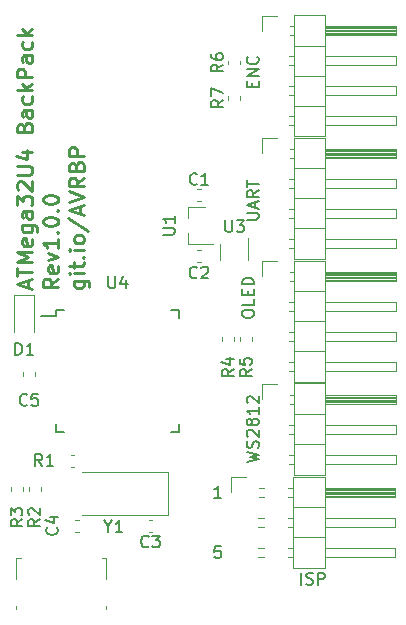
<source format=gbr>
G04 #@! TF.GenerationSoftware,KiCad,Pcbnew,(5.1.2)-2*
G04 #@! TF.CreationDate,2019-07-11T02:06:11+02:00*
G04 #@! TF.ProjectId,ATM32U4_backpack,41544d33-3255-4345-9f62-61636b706163,rev?*
G04 #@! TF.SameCoordinates,Original*
G04 #@! TF.FileFunction,Legend,Top*
G04 #@! TF.FilePolarity,Positive*
%FSLAX46Y46*%
G04 Gerber Fmt 4.6, Leading zero omitted, Abs format (unit mm)*
G04 Created by KiCad (PCBNEW (5.1.2)-2) date 2019-07-11 02:06:11*
%MOMM*%
%LPD*%
G04 APERTURE LIST*
%ADD10C,0.250000*%
%ADD11C,0.150000*%
%ADD12C,0.120000*%
G04 APERTURE END LIST*
D10*
X31816666Y-93189880D02*
X31816666Y-92570833D01*
X32188095Y-93313690D02*
X30888095Y-92880357D01*
X32188095Y-92447023D01*
X30888095Y-92199404D02*
X30888095Y-91456547D01*
X32188095Y-91827976D02*
X30888095Y-91827976D01*
X32188095Y-91023214D02*
X30888095Y-91023214D01*
X31816666Y-90589880D01*
X30888095Y-90156547D01*
X32188095Y-90156547D01*
X32126190Y-89042261D02*
X32188095Y-89166071D01*
X32188095Y-89413690D01*
X32126190Y-89537500D01*
X32002380Y-89599404D01*
X31507142Y-89599404D01*
X31383333Y-89537500D01*
X31321428Y-89413690D01*
X31321428Y-89166071D01*
X31383333Y-89042261D01*
X31507142Y-88980357D01*
X31630952Y-88980357D01*
X31754761Y-89599404D01*
X31321428Y-87866071D02*
X32373809Y-87866071D01*
X32497619Y-87927976D01*
X32559523Y-87989880D01*
X32621428Y-88113690D01*
X32621428Y-88299404D01*
X32559523Y-88423214D01*
X32126190Y-87866071D02*
X32188095Y-87989880D01*
X32188095Y-88237500D01*
X32126190Y-88361309D01*
X32064285Y-88423214D01*
X31940476Y-88485119D01*
X31569047Y-88485119D01*
X31445238Y-88423214D01*
X31383333Y-88361309D01*
X31321428Y-88237500D01*
X31321428Y-87989880D01*
X31383333Y-87866071D01*
X32188095Y-86689880D02*
X31507142Y-86689880D01*
X31383333Y-86751785D01*
X31321428Y-86875595D01*
X31321428Y-87123214D01*
X31383333Y-87247023D01*
X32126190Y-86689880D02*
X32188095Y-86813690D01*
X32188095Y-87123214D01*
X32126190Y-87247023D01*
X32002380Y-87308928D01*
X31878571Y-87308928D01*
X31754761Y-87247023D01*
X31692857Y-87123214D01*
X31692857Y-86813690D01*
X31630952Y-86689880D01*
X30888095Y-86194642D02*
X30888095Y-85389880D01*
X31383333Y-85823214D01*
X31383333Y-85637500D01*
X31445238Y-85513690D01*
X31507142Y-85451785D01*
X31630952Y-85389880D01*
X31940476Y-85389880D01*
X32064285Y-85451785D01*
X32126190Y-85513690D01*
X32188095Y-85637500D01*
X32188095Y-86008928D01*
X32126190Y-86132738D01*
X32064285Y-86194642D01*
X31011904Y-84894642D02*
X30950000Y-84832738D01*
X30888095Y-84708928D01*
X30888095Y-84399404D01*
X30950000Y-84275595D01*
X31011904Y-84213690D01*
X31135714Y-84151785D01*
X31259523Y-84151785D01*
X31445238Y-84213690D01*
X32188095Y-84956547D01*
X32188095Y-84151785D01*
X30888095Y-83594642D02*
X31940476Y-83594642D01*
X32064285Y-83532738D01*
X32126190Y-83470833D01*
X32188095Y-83347023D01*
X32188095Y-83099404D01*
X32126190Y-82975595D01*
X32064285Y-82913690D01*
X31940476Y-82851785D01*
X30888095Y-82851785D01*
X31321428Y-81675595D02*
X32188095Y-81675595D01*
X30826190Y-81985119D02*
X31754761Y-82294642D01*
X31754761Y-81489880D01*
X31507142Y-79570833D02*
X31569047Y-79385119D01*
X31630952Y-79323214D01*
X31754761Y-79261309D01*
X31940476Y-79261309D01*
X32064285Y-79323214D01*
X32126190Y-79385119D01*
X32188095Y-79508928D01*
X32188095Y-80004166D01*
X30888095Y-80004166D01*
X30888095Y-79570833D01*
X30950000Y-79447023D01*
X31011904Y-79385119D01*
X31135714Y-79323214D01*
X31259523Y-79323214D01*
X31383333Y-79385119D01*
X31445238Y-79447023D01*
X31507142Y-79570833D01*
X31507142Y-80004166D01*
X32188095Y-78147023D02*
X31507142Y-78147023D01*
X31383333Y-78208928D01*
X31321428Y-78332738D01*
X31321428Y-78580357D01*
X31383333Y-78704166D01*
X32126190Y-78147023D02*
X32188095Y-78270833D01*
X32188095Y-78580357D01*
X32126190Y-78704166D01*
X32002380Y-78766071D01*
X31878571Y-78766071D01*
X31754761Y-78704166D01*
X31692857Y-78580357D01*
X31692857Y-78270833D01*
X31630952Y-78147023D01*
X32126190Y-76970833D02*
X32188095Y-77094642D01*
X32188095Y-77342261D01*
X32126190Y-77466071D01*
X32064285Y-77527976D01*
X31940476Y-77589880D01*
X31569047Y-77589880D01*
X31445238Y-77527976D01*
X31383333Y-77466071D01*
X31321428Y-77342261D01*
X31321428Y-77094642D01*
X31383333Y-76970833D01*
X32188095Y-76413690D02*
X30888095Y-76413690D01*
X31692857Y-76289880D02*
X32188095Y-75918452D01*
X31321428Y-75918452D02*
X31816666Y-76413690D01*
X32188095Y-75361309D02*
X30888095Y-75361309D01*
X30888095Y-74866071D01*
X30950000Y-74742261D01*
X31011904Y-74680357D01*
X31135714Y-74618452D01*
X31321428Y-74618452D01*
X31445238Y-74680357D01*
X31507142Y-74742261D01*
X31569047Y-74866071D01*
X31569047Y-75361309D01*
X32188095Y-73504166D02*
X31507142Y-73504166D01*
X31383333Y-73566071D01*
X31321428Y-73689880D01*
X31321428Y-73937500D01*
X31383333Y-74061309D01*
X32126190Y-73504166D02*
X32188095Y-73627976D01*
X32188095Y-73937500D01*
X32126190Y-74061309D01*
X32002380Y-74123214D01*
X31878571Y-74123214D01*
X31754761Y-74061309D01*
X31692857Y-73937500D01*
X31692857Y-73627976D01*
X31630952Y-73504166D01*
X32126190Y-72327976D02*
X32188095Y-72451785D01*
X32188095Y-72699404D01*
X32126190Y-72823214D01*
X32064285Y-72885119D01*
X31940476Y-72947023D01*
X31569047Y-72947023D01*
X31445238Y-72885119D01*
X31383333Y-72823214D01*
X31321428Y-72699404D01*
X31321428Y-72451785D01*
X31383333Y-72327976D01*
X32188095Y-71770833D02*
X30888095Y-71770833D01*
X31692857Y-71647023D02*
X32188095Y-71275595D01*
X31321428Y-71275595D02*
X31816666Y-71770833D01*
X34388095Y-92385119D02*
X33769047Y-92818452D01*
X34388095Y-93127976D02*
X33088095Y-93127976D01*
X33088095Y-92632738D01*
X33150000Y-92508928D01*
X33211904Y-92447023D01*
X33335714Y-92385119D01*
X33521428Y-92385119D01*
X33645238Y-92447023D01*
X33707142Y-92508928D01*
X33769047Y-92632738D01*
X33769047Y-93127976D01*
X34326190Y-91332738D02*
X34388095Y-91456547D01*
X34388095Y-91704166D01*
X34326190Y-91827976D01*
X34202380Y-91889880D01*
X33707142Y-91889880D01*
X33583333Y-91827976D01*
X33521428Y-91704166D01*
X33521428Y-91456547D01*
X33583333Y-91332738D01*
X33707142Y-91270833D01*
X33830952Y-91270833D01*
X33954761Y-91889880D01*
X33521428Y-90837500D02*
X34388095Y-90527976D01*
X33521428Y-90218452D01*
X34388095Y-89042261D02*
X34388095Y-89785119D01*
X34388095Y-89413690D02*
X33088095Y-89413690D01*
X33273809Y-89537500D01*
X33397619Y-89661309D01*
X33459523Y-89785119D01*
X34264285Y-88485119D02*
X34326190Y-88423214D01*
X34388095Y-88485119D01*
X34326190Y-88547023D01*
X34264285Y-88485119D01*
X34388095Y-88485119D01*
X33088095Y-87618452D02*
X33088095Y-87494642D01*
X33150000Y-87370833D01*
X33211904Y-87308928D01*
X33335714Y-87247023D01*
X33583333Y-87185119D01*
X33892857Y-87185119D01*
X34140476Y-87247023D01*
X34264285Y-87308928D01*
X34326190Y-87370833D01*
X34388095Y-87494642D01*
X34388095Y-87618452D01*
X34326190Y-87742261D01*
X34264285Y-87804166D01*
X34140476Y-87866071D01*
X33892857Y-87927976D01*
X33583333Y-87927976D01*
X33335714Y-87866071D01*
X33211904Y-87804166D01*
X33150000Y-87742261D01*
X33088095Y-87618452D01*
X34264285Y-86627976D02*
X34326190Y-86566071D01*
X34388095Y-86627976D01*
X34326190Y-86689880D01*
X34264285Y-86627976D01*
X34388095Y-86627976D01*
X33088095Y-85761309D02*
X33088095Y-85637500D01*
X33150000Y-85513690D01*
X33211904Y-85451785D01*
X33335714Y-85389880D01*
X33583333Y-85327976D01*
X33892857Y-85327976D01*
X34140476Y-85389880D01*
X34264285Y-85451785D01*
X34326190Y-85513690D01*
X34388095Y-85637500D01*
X34388095Y-85761309D01*
X34326190Y-85885119D01*
X34264285Y-85947023D01*
X34140476Y-86008928D01*
X33892857Y-86070833D01*
X33583333Y-86070833D01*
X33335714Y-86008928D01*
X33211904Y-85947023D01*
X33150000Y-85885119D01*
X33088095Y-85761309D01*
X35721428Y-92570833D02*
X36773809Y-92570833D01*
X36897619Y-92632738D01*
X36959523Y-92694642D01*
X37021428Y-92818452D01*
X37021428Y-93004166D01*
X36959523Y-93127976D01*
X36526190Y-92570833D02*
X36588095Y-92694642D01*
X36588095Y-92942261D01*
X36526190Y-93066071D01*
X36464285Y-93127976D01*
X36340476Y-93189880D01*
X35969047Y-93189880D01*
X35845238Y-93127976D01*
X35783333Y-93066071D01*
X35721428Y-92942261D01*
X35721428Y-92694642D01*
X35783333Y-92570833D01*
X36588095Y-91951785D02*
X35721428Y-91951785D01*
X35288095Y-91951785D02*
X35350000Y-92013690D01*
X35411904Y-91951785D01*
X35350000Y-91889880D01*
X35288095Y-91951785D01*
X35411904Y-91951785D01*
X35721428Y-91518452D02*
X35721428Y-91023214D01*
X35288095Y-91332738D02*
X36402380Y-91332738D01*
X36526190Y-91270833D01*
X36588095Y-91147023D01*
X36588095Y-91023214D01*
X36464285Y-90589880D02*
X36526190Y-90527976D01*
X36588095Y-90589880D01*
X36526190Y-90651785D01*
X36464285Y-90589880D01*
X36588095Y-90589880D01*
X36588095Y-89970833D02*
X35721428Y-89970833D01*
X35288095Y-89970833D02*
X35350000Y-90032738D01*
X35411904Y-89970833D01*
X35350000Y-89908928D01*
X35288095Y-89970833D01*
X35411904Y-89970833D01*
X36588095Y-89166071D02*
X36526190Y-89289880D01*
X36464285Y-89351785D01*
X36340476Y-89413690D01*
X35969047Y-89413690D01*
X35845238Y-89351785D01*
X35783333Y-89289880D01*
X35721428Y-89166071D01*
X35721428Y-88980357D01*
X35783333Y-88856547D01*
X35845238Y-88794642D01*
X35969047Y-88732738D01*
X36340476Y-88732738D01*
X36464285Y-88794642D01*
X36526190Y-88856547D01*
X36588095Y-88980357D01*
X36588095Y-89166071D01*
X35226190Y-87247023D02*
X36897619Y-88361309D01*
X36216666Y-86875595D02*
X36216666Y-86256547D01*
X36588095Y-86999404D02*
X35288095Y-86566071D01*
X36588095Y-86132738D01*
X35288095Y-85885119D02*
X36588095Y-85451785D01*
X35288095Y-85018452D01*
X36588095Y-83842261D02*
X35969047Y-84275595D01*
X36588095Y-84585119D02*
X35288095Y-84585119D01*
X35288095Y-84089880D01*
X35350000Y-83966071D01*
X35411904Y-83904166D01*
X35535714Y-83842261D01*
X35721428Y-83842261D01*
X35845238Y-83904166D01*
X35907142Y-83966071D01*
X35969047Y-84089880D01*
X35969047Y-84585119D01*
X35907142Y-82851785D02*
X35969047Y-82666071D01*
X36030952Y-82604166D01*
X36154761Y-82542261D01*
X36340476Y-82542261D01*
X36464285Y-82604166D01*
X36526190Y-82666071D01*
X36588095Y-82789880D01*
X36588095Y-83285119D01*
X35288095Y-83285119D01*
X35288095Y-82851785D01*
X35350000Y-82727976D01*
X35411904Y-82666071D01*
X35535714Y-82604166D01*
X35659523Y-82604166D01*
X35783333Y-82666071D01*
X35845238Y-82727976D01*
X35907142Y-82851785D01*
X35907142Y-83285119D01*
X36588095Y-81985119D02*
X35288095Y-81985119D01*
X35288095Y-81489880D01*
X35350000Y-81366071D01*
X35411904Y-81304166D01*
X35535714Y-81242261D01*
X35721428Y-81242261D01*
X35845238Y-81304166D01*
X35907142Y-81366071D01*
X35969047Y-81489880D01*
X35969047Y-81985119D01*
D11*
X48138095Y-115052380D02*
X47661904Y-115052380D01*
X47614285Y-115528571D01*
X47661904Y-115480952D01*
X47757142Y-115433333D01*
X47995238Y-115433333D01*
X48090476Y-115480952D01*
X48138095Y-115528571D01*
X48185714Y-115623809D01*
X48185714Y-115861904D01*
X48138095Y-115957142D01*
X48090476Y-116004761D01*
X47995238Y-116052380D01*
X47757142Y-116052380D01*
X47661904Y-116004761D01*
X47614285Y-115957142D01*
X48185714Y-110952380D02*
X47614285Y-110952380D01*
X47900000Y-110952380D02*
X47900000Y-109952380D01*
X47804761Y-110095238D01*
X47709523Y-110190476D01*
X47614285Y-110238095D01*
D12*
X46462779Y-85810000D02*
X46137221Y-85810000D01*
X46462779Y-84790000D02*
X46137221Y-84790000D01*
X46462779Y-89990000D02*
X46137221Y-89990000D01*
X46462779Y-91010000D02*
X46137221Y-91010000D01*
X42362779Y-113810000D02*
X42037221Y-113810000D01*
X42362779Y-112790000D02*
X42037221Y-112790000D01*
X36162779Y-112790000D02*
X35837221Y-112790000D01*
X36162779Y-113810000D02*
X35837221Y-113810000D01*
X31390000Y-100662779D02*
X31390000Y-100337221D01*
X32410000Y-100662779D02*
X32410000Y-100337221D01*
X32350000Y-93800000D02*
X30650000Y-93800000D01*
X30650000Y-93800000D02*
X30650000Y-96950000D01*
X32350000Y-93800000D02*
X32350000Y-96950000D01*
X54280000Y-109170000D02*
X54280000Y-116910000D01*
X54280000Y-116910000D02*
X56940000Y-116910000D01*
X56940000Y-116910000D02*
X56940000Y-109170000D01*
X56940000Y-109170000D02*
X54280000Y-109170000D01*
X56940000Y-110120000D02*
X62940000Y-110120000D01*
X62940000Y-110120000D02*
X62940000Y-110880000D01*
X62940000Y-110880000D02*
X56940000Y-110880000D01*
X56940000Y-110180000D02*
X62940000Y-110180000D01*
X56940000Y-110300000D02*
X62940000Y-110300000D01*
X56940000Y-110420000D02*
X62940000Y-110420000D01*
X56940000Y-110540000D02*
X62940000Y-110540000D01*
X56940000Y-110660000D02*
X62940000Y-110660000D01*
X56940000Y-110780000D02*
X62940000Y-110780000D01*
X53882929Y-110120000D02*
X54280000Y-110120000D01*
X53882929Y-110880000D02*
X54280000Y-110880000D01*
X51410000Y-110120000D02*
X51797071Y-110120000D01*
X51410000Y-110880000D02*
X51797071Y-110880000D01*
X54280000Y-111770000D02*
X56940000Y-111770000D01*
X56940000Y-112660000D02*
X62940000Y-112660000D01*
X62940000Y-112660000D02*
X62940000Y-113420000D01*
X62940000Y-113420000D02*
X56940000Y-113420000D01*
X53882929Y-112660000D02*
X54280000Y-112660000D01*
X53882929Y-113420000D02*
X54280000Y-113420000D01*
X51342929Y-112660000D02*
X51797071Y-112660000D01*
X51342929Y-113420000D02*
X51797071Y-113420000D01*
X54280000Y-114310000D02*
X56940000Y-114310000D01*
X56940000Y-115200000D02*
X62940000Y-115200000D01*
X62940000Y-115200000D02*
X62940000Y-115960000D01*
X62940000Y-115960000D02*
X56940000Y-115960000D01*
X53882929Y-115200000D02*
X54280000Y-115200000D01*
X53882929Y-115960000D02*
X54280000Y-115960000D01*
X51342929Y-115200000D02*
X51797071Y-115200000D01*
X51342929Y-115960000D02*
X51797071Y-115960000D01*
X49030000Y-110500000D02*
X49030000Y-109230000D01*
X49030000Y-109230000D02*
X50300000Y-109230000D01*
X38450000Y-116090000D02*
X38070000Y-116090000D01*
X38450000Y-120140000D02*
X38450000Y-120400000D01*
X38450000Y-116090000D02*
X38450000Y-117860000D01*
X30830000Y-116090000D02*
X31210000Y-116090000D01*
X30830000Y-117860000D02*
X30830000Y-116090000D01*
X30830000Y-120400000D02*
X30830000Y-120140000D01*
X35762779Y-107290000D02*
X35437221Y-107290000D01*
X35762779Y-108310000D02*
X35437221Y-108310000D01*
X32910000Y-110362779D02*
X32910000Y-110037221D01*
X31890000Y-110362779D02*
X31890000Y-110037221D01*
X30390000Y-110362779D02*
X30390000Y-110037221D01*
X31410000Y-110362779D02*
X31410000Y-110037221D01*
X48290000Y-97337221D02*
X48290000Y-97662779D01*
X49310000Y-97337221D02*
X49310000Y-97662779D01*
X50810000Y-97337221D02*
X50810000Y-97662779D01*
X49790000Y-97337221D02*
X49790000Y-97662779D01*
X48790000Y-74262779D02*
X48790000Y-73937221D01*
X49810000Y-74262779D02*
X49810000Y-73937221D01*
X49810000Y-76937221D02*
X49810000Y-77262779D01*
X48790000Y-76937221D02*
X48790000Y-77262779D01*
X50434999Y-90825001D02*
X50434999Y-88925001D01*
X48114999Y-89425001D02*
X48114999Y-90825001D01*
D11*
X34225000Y-95025000D02*
X34225000Y-95600000D01*
X44575000Y-95025000D02*
X44575000Y-95700000D01*
X44575000Y-105375000D02*
X44575000Y-104700000D01*
X34225000Y-105375000D02*
X34225000Y-104700000D01*
X34225000Y-95025000D02*
X34900000Y-95025000D01*
X34225000Y-105375000D02*
X34900000Y-105375000D01*
X44575000Y-105375000D02*
X43900000Y-105375000D01*
X44575000Y-95025000D02*
X43900000Y-95025000D01*
X34225000Y-95600000D02*
X32950000Y-95600000D01*
D12*
X36400000Y-112400000D02*
X43650000Y-112400000D01*
X43650000Y-112400000D02*
X43650000Y-108800000D01*
X43650000Y-108800000D02*
X36400000Y-108800000D01*
X54340000Y-101270000D02*
X54340000Y-109010000D01*
X54340000Y-109010000D02*
X57000000Y-109010000D01*
X57000000Y-109010000D02*
X57000000Y-101270000D01*
X57000000Y-101270000D02*
X54340000Y-101270000D01*
X57000000Y-102220000D02*
X63000000Y-102220000D01*
X63000000Y-102220000D02*
X63000000Y-102980000D01*
X63000000Y-102980000D02*
X57000000Y-102980000D01*
X57000000Y-102280000D02*
X63000000Y-102280000D01*
X57000000Y-102400000D02*
X63000000Y-102400000D01*
X57000000Y-102520000D02*
X63000000Y-102520000D01*
X57000000Y-102640000D02*
X63000000Y-102640000D01*
X57000000Y-102760000D02*
X63000000Y-102760000D01*
X57000000Y-102880000D02*
X63000000Y-102880000D01*
X54010000Y-102220000D02*
X54340000Y-102220000D01*
X54010000Y-102980000D02*
X54340000Y-102980000D01*
X54340000Y-103870000D02*
X57000000Y-103870000D01*
X57000000Y-104760000D02*
X63000000Y-104760000D01*
X63000000Y-104760000D02*
X63000000Y-105520000D01*
X63000000Y-105520000D02*
X57000000Y-105520000D01*
X53942929Y-104760000D02*
X54340000Y-104760000D01*
X53942929Y-105520000D02*
X54340000Y-105520000D01*
X54340000Y-106410000D02*
X57000000Y-106410000D01*
X57000000Y-107300000D02*
X63000000Y-107300000D01*
X63000000Y-107300000D02*
X63000000Y-108060000D01*
X63000000Y-108060000D02*
X57000000Y-108060000D01*
X53942929Y-107300000D02*
X54340000Y-107300000D01*
X53942929Y-108060000D02*
X54340000Y-108060000D01*
X51630000Y-102600000D02*
X51630000Y-101330000D01*
X51630000Y-101330000D02*
X52900000Y-101330000D01*
X51630000Y-80530000D02*
X52900000Y-80530000D01*
X51630000Y-81800000D02*
X51630000Y-80530000D01*
X53942929Y-89800000D02*
X54340000Y-89800000D01*
X53942929Y-89040000D02*
X54340000Y-89040000D01*
X63000000Y-89800000D02*
X57000000Y-89800000D01*
X63000000Y-89040000D02*
X63000000Y-89800000D01*
X57000000Y-89040000D02*
X63000000Y-89040000D01*
X54340000Y-88150000D02*
X57000000Y-88150000D01*
X53942929Y-87260000D02*
X54340000Y-87260000D01*
X53942929Y-86500000D02*
X54340000Y-86500000D01*
X63000000Y-87260000D02*
X57000000Y-87260000D01*
X63000000Y-86500000D02*
X63000000Y-87260000D01*
X57000000Y-86500000D02*
X63000000Y-86500000D01*
X54340000Y-85610000D02*
X57000000Y-85610000D01*
X53942929Y-84720000D02*
X54340000Y-84720000D01*
X53942929Y-83960000D02*
X54340000Y-83960000D01*
X63000000Y-84720000D02*
X57000000Y-84720000D01*
X63000000Y-83960000D02*
X63000000Y-84720000D01*
X57000000Y-83960000D02*
X63000000Y-83960000D01*
X54340000Y-83070000D02*
X57000000Y-83070000D01*
X54010000Y-82180000D02*
X54340000Y-82180000D01*
X54010000Y-81420000D02*
X54340000Y-81420000D01*
X57000000Y-82080000D02*
X63000000Y-82080000D01*
X57000000Y-81960000D02*
X63000000Y-81960000D01*
X57000000Y-81840000D02*
X63000000Y-81840000D01*
X57000000Y-81720000D02*
X63000000Y-81720000D01*
X57000000Y-81600000D02*
X63000000Y-81600000D01*
X57000000Y-81480000D02*
X63000000Y-81480000D01*
X63000000Y-82180000D02*
X57000000Y-82180000D01*
X63000000Y-81420000D02*
X63000000Y-82180000D01*
X57000000Y-81420000D02*
X63000000Y-81420000D01*
X57000000Y-80470000D02*
X54340000Y-80470000D01*
X57000000Y-90750000D02*
X57000000Y-80470000D01*
X54340000Y-90750000D02*
X57000000Y-90750000D01*
X54340000Y-80470000D02*
X54340000Y-90750000D01*
X54340000Y-90870000D02*
X54340000Y-101150000D01*
X54340000Y-101150000D02*
X57000000Y-101150000D01*
X57000000Y-101150000D02*
X57000000Y-90870000D01*
X57000000Y-90870000D02*
X54340000Y-90870000D01*
X57000000Y-91820000D02*
X63000000Y-91820000D01*
X63000000Y-91820000D02*
X63000000Y-92580000D01*
X63000000Y-92580000D02*
X57000000Y-92580000D01*
X57000000Y-91880000D02*
X63000000Y-91880000D01*
X57000000Y-92000000D02*
X63000000Y-92000000D01*
X57000000Y-92120000D02*
X63000000Y-92120000D01*
X57000000Y-92240000D02*
X63000000Y-92240000D01*
X57000000Y-92360000D02*
X63000000Y-92360000D01*
X57000000Y-92480000D02*
X63000000Y-92480000D01*
X54010000Y-91820000D02*
X54340000Y-91820000D01*
X54010000Y-92580000D02*
X54340000Y-92580000D01*
X54340000Y-93470000D02*
X57000000Y-93470000D01*
X57000000Y-94360000D02*
X63000000Y-94360000D01*
X63000000Y-94360000D02*
X63000000Y-95120000D01*
X63000000Y-95120000D02*
X57000000Y-95120000D01*
X53942929Y-94360000D02*
X54340000Y-94360000D01*
X53942929Y-95120000D02*
X54340000Y-95120000D01*
X54340000Y-96010000D02*
X57000000Y-96010000D01*
X57000000Y-96900000D02*
X63000000Y-96900000D01*
X63000000Y-96900000D02*
X63000000Y-97660000D01*
X63000000Y-97660000D02*
X57000000Y-97660000D01*
X53942929Y-96900000D02*
X54340000Y-96900000D01*
X53942929Y-97660000D02*
X54340000Y-97660000D01*
X54340000Y-98550000D02*
X57000000Y-98550000D01*
X57000000Y-99440000D02*
X63000000Y-99440000D01*
X63000000Y-99440000D02*
X63000000Y-100200000D01*
X63000000Y-100200000D02*
X57000000Y-100200000D01*
X53942929Y-99440000D02*
X54340000Y-99440000D01*
X53942929Y-100200000D02*
X54340000Y-100200000D01*
X51630000Y-92200000D02*
X51630000Y-90930000D01*
X51630000Y-90930000D02*
X52900000Y-90930000D01*
X54340000Y-70070000D02*
X54340000Y-80350000D01*
X54340000Y-80350000D02*
X57000000Y-80350000D01*
X57000000Y-80350000D02*
X57000000Y-70070000D01*
X57000000Y-70070000D02*
X54340000Y-70070000D01*
X57000000Y-71020000D02*
X63000000Y-71020000D01*
X63000000Y-71020000D02*
X63000000Y-71780000D01*
X63000000Y-71780000D02*
X57000000Y-71780000D01*
X57000000Y-71080000D02*
X63000000Y-71080000D01*
X57000000Y-71200000D02*
X63000000Y-71200000D01*
X57000000Y-71320000D02*
X63000000Y-71320000D01*
X57000000Y-71440000D02*
X63000000Y-71440000D01*
X57000000Y-71560000D02*
X63000000Y-71560000D01*
X57000000Y-71680000D02*
X63000000Y-71680000D01*
X54010000Y-71020000D02*
X54340000Y-71020000D01*
X54010000Y-71780000D02*
X54340000Y-71780000D01*
X54340000Y-72670000D02*
X57000000Y-72670000D01*
X57000000Y-73560000D02*
X63000000Y-73560000D01*
X63000000Y-73560000D02*
X63000000Y-74320000D01*
X63000000Y-74320000D02*
X57000000Y-74320000D01*
X53942929Y-73560000D02*
X54340000Y-73560000D01*
X53942929Y-74320000D02*
X54340000Y-74320000D01*
X54340000Y-75210000D02*
X57000000Y-75210000D01*
X57000000Y-76100000D02*
X63000000Y-76100000D01*
X63000000Y-76100000D02*
X63000000Y-76860000D01*
X63000000Y-76860000D02*
X57000000Y-76860000D01*
X53942929Y-76100000D02*
X54340000Y-76100000D01*
X53942929Y-76860000D02*
X54340000Y-76860000D01*
X54340000Y-77750000D02*
X57000000Y-77750000D01*
X57000000Y-78640000D02*
X63000000Y-78640000D01*
X63000000Y-78640000D02*
X63000000Y-79400000D01*
X63000000Y-79400000D02*
X57000000Y-79400000D01*
X53942929Y-78640000D02*
X54340000Y-78640000D01*
X53942929Y-79400000D02*
X54340000Y-79400000D01*
X51630000Y-71400000D02*
X51630000Y-70130000D01*
X51630000Y-70130000D02*
X52900000Y-70130000D01*
X45340000Y-86320000D02*
X45340000Y-87250000D01*
X45340000Y-89480000D02*
X45340000Y-88550000D01*
X45340000Y-89480000D02*
X47500000Y-89480000D01*
X45340000Y-86320000D02*
X46800000Y-86320000D01*
D11*
X46133333Y-84357142D02*
X46085714Y-84404761D01*
X45942857Y-84452380D01*
X45847619Y-84452380D01*
X45704761Y-84404761D01*
X45609523Y-84309523D01*
X45561904Y-84214285D01*
X45514285Y-84023809D01*
X45514285Y-83880952D01*
X45561904Y-83690476D01*
X45609523Y-83595238D01*
X45704761Y-83500000D01*
X45847619Y-83452380D01*
X45942857Y-83452380D01*
X46085714Y-83500000D01*
X46133333Y-83547619D01*
X47085714Y-84452380D02*
X46514285Y-84452380D01*
X46800000Y-84452380D02*
X46800000Y-83452380D01*
X46704761Y-83595238D01*
X46609523Y-83690476D01*
X46514285Y-83738095D01*
X46133333Y-92287142D02*
X46085714Y-92334761D01*
X45942857Y-92382380D01*
X45847619Y-92382380D01*
X45704761Y-92334761D01*
X45609523Y-92239523D01*
X45561904Y-92144285D01*
X45514285Y-91953809D01*
X45514285Y-91810952D01*
X45561904Y-91620476D01*
X45609523Y-91525238D01*
X45704761Y-91430000D01*
X45847619Y-91382380D01*
X45942857Y-91382380D01*
X46085714Y-91430000D01*
X46133333Y-91477619D01*
X46514285Y-91477619D02*
X46561904Y-91430000D01*
X46657142Y-91382380D01*
X46895238Y-91382380D01*
X46990476Y-91430000D01*
X47038095Y-91477619D01*
X47085714Y-91572857D01*
X47085714Y-91668095D01*
X47038095Y-91810952D01*
X46466666Y-92382380D01*
X47085714Y-92382380D01*
X42033333Y-115057142D02*
X41985714Y-115104761D01*
X41842857Y-115152380D01*
X41747619Y-115152380D01*
X41604761Y-115104761D01*
X41509523Y-115009523D01*
X41461904Y-114914285D01*
X41414285Y-114723809D01*
X41414285Y-114580952D01*
X41461904Y-114390476D01*
X41509523Y-114295238D01*
X41604761Y-114200000D01*
X41747619Y-114152380D01*
X41842857Y-114152380D01*
X41985714Y-114200000D01*
X42033333Y-114247619D01*
X42366666Y-114152380D02*
X42985714Y-114152380D01*
X42652380Y-114533333D01*
X42795238Y-114533333D01*
X42890476Y-114580952D01*
X42938095Y-114628571D01*
X42985714Y-114723809D01*
X42985714Y-114961904D01*
X42938095Y-115057142D01*
X42890476Y-115104761D01*
X42795238Y-115152380D01*
X42509523Y-115152380D01*
X42414285Y-115104761D01*
X42366666Y-115057142D01*
X34257142Y-113466666D02*
X34304761Y-113514285D01*
X34352380Y-113657142D01*
X34352380Y-113752380D01*
X34304761Y-113895238D01*
X34209523Y-113990476D01*
X34114285Y-114038095D01*
X33923809Y-114085714D01*
X33780952Y-114085714D01*
X33590476Y-114038095D01*
X33495238Y-113990476D01*
X33400000Y-113895238D01*
X33352380Y-113752380D01*
X33352380Y-113657142D01*
X33400000Y-113514285D01*
X33447619Y-113466666D01*
X33685714Y-112609523D02*
X34352380Y-112609523D01*
X33304761Y-112847619D02*
X34019047Y-113085714D01*
X34019047Y-112466666D01*
X31733333Y-103057142D02*
X31685714Y-103104761D01*
X31542857Y-103152380D01*
X31447619Y-103152380D01*
X31304761Y-103104761D01*
X31209523Y-103009523D01*
X31161904Y-102914285D01*
X31114285Y-102723809D01*
X31114285Y-102580952D01*
X31161904Y-102390476D01*
X31209523Y-102295238D01*
X31304761Y-102200000D01*
X31447619Y-102152380D01*
X31542857Y-102152380D01*
X31685714Y-102200000D01*
X31733333Y-102247619D01*
X32638095Y-102152380D02*
X32161904Y-102152380D01*
X32114285Y-102628571D01*
X32161904Y-102580952D01*
X32257142Y-102533333D01*
X32495238Y-102533333D01*
X32590476Y-102580952D01*
X32638095Y-102628571D01*
X32685714Y-102723809D01*
X32685714Y-102961904D01*
X32638095Y-103057142D01*
X32590476Y-103104761D01*
X32495238Y-103152380D01*
X32257142Y-103152380D01*
X32161904Y-103104761D01*
X32114285Y-103057142D01*
X30761904Y-98852380D02*
X30761904Y-97852380D01*
X31000000Y-97852380D01*
X31142857Y-97900000D01*
X31238095Y-97995238D01*
X31285714Y-98090476D01*
X31333333Y-98280952D01*
X31333333Y-98423809D01*
X31285714Y-98614285D01*
X31238095Y-98709523D01*
X31142857Y-98804761D01*
X31000000Y-98852380D01*
X30761904Y-98852380D01*
X32285714Y-98852380D02*
X31714285Y-98852380D01*
X32000000Y-98852380D02*
X32000000Y-97852380D01*
X31904761Y-97995238D01*
X31809523Y-98090476D01*
X31714285Y-98138095D01*
X54978809Y-118302380D02*
X54978809Y-117302380D01*
X55407380Y-118254761D02*
X55550238Y-118302380D01*
X55788333Y-118302380D01*
X55883571Y-118254761D01*
X55931190Y-118207142D01*
X55978809Y-118111904D01*
X55978809Y-118016666D01*
X55931190Y-117921428D01*
X55883571Y-117873809D01*
X55788333Y-117826190D01*
X55597857Y-117778571D01*
X55502619Y-117730952D01*
X55455000Y-117683333D01*
X55407380Y-117588095D01*
X55407380Y-117492857D01*
X55455000Y-117397619D01*
X55502619Y-117350000D01*
X55597857Y-117302380D01*
X55835952Y-117302380D01*
X55978809Y-117350000D01*
X56407380Y-118302380D02*
X56407380Y-117302380D01*
X56788333Y-117302380D01*
X56883571Y-117350000D01*
X56931190Y-117397619D01*
X56978809Y-117492857D01*
X56978809Y-117635714D01*
X56931190Y-117730952D01*
X56883571Y-117778571D01*
X56788333Y-117826190D01*
X56407380Y-117826190D01*
X33033333Y-108252380D02*
X32700000Y-107776190D01*
X32461904Y-108252380D02*
X32461904Y-107252380D01*
X32842857Y-107252380D01*
X32938095Y-107300000D01*
X32985714Y-107347619D01*
X33033333Y-107442857D01*
X33033333Y-107585714D01*
X32985714Y-107680952D01*
X32938095Y-107728571D01*
X32842857Y-107776190D01*
X32461904Y-107776190D01*
X33985714Y-108252380D02*
X33414285Y-108252380D01*
X33700000Y-108252380D02*
X33700000Y-107252380D01*
X33604761Y-107395238D01*
X33509523Y-107490476D01*
X33414285Y-107538095D01*
X32852380Y-112766666D02*
X32376190Y-113100000D01*
X32852380Y-113338095D02*
X31852380Y-113338095D01*
X31852380Y-112957142D01*
X31900000Y-112861904D01*
X31947619Y-112814285D01*
X32042857Y-112766666D01*
X32185714Y-112766666D01*
X32280952Y-112814285D01*
X32328571Y-112861904D01*
X32376190Y-112957142D01*
X32376190Y-113338095D01*
X31947619Y-112385714D02*
X31900000Y-112338095D01*
X31852380Y-112242857D01*
X31852380Y-112004761D01*
X31900000Y-111909523D01*
X31947619Y-111861904D01*
X32042857Y-111814285D01*
X32138095Y-111814285D01*
X32280952Y-111861904D01*
X32852380Y-112433333D01*
X32852380Y-111814285D01*
X31352380Y-112766666D02*
X30876190Y-113100000D01*
X31352380Y-113338095D02*
X30352380Y-113338095D01*
X30352380Y-112957142D01*
X30400000Y-112861904D01*
X30447619Y-112814285D01*
X30542857Y-112766666D01*
X30685714Y-112766666D01*
X30780952Y-112814285D01*
X30828571Y-112861904D01*
X30876190Y-112957142D01*
X30876190Y-113338095D01*
X30352380Y-112433333D02*
X30352380Y-111814285D01*
X30733333Y-112147619D01*
X30733333Y-112004761D01*
X30780952Y-111909523D01*
X30828571Y-111861904D01*
X30923809Y-111814285D01*
X31161904Y-111814285D01*
X31257142Y-111861904D01*
X31304761Y-111909523D01*
X31352380Y-112004761D01*
X31352380Y-112290476D01*
X31304761Y-112385714D01*
X31257142Y-112433333D01*
X49252380Y-100066666D02*
X48776190Y-100400000D01*
X49252380Y-100638095D02*
X48252380Y-100638095D01*
X48252380Y-100257142D01*
X48300000Y-100161904D01*
X48347619Y-100114285D01*
X48442857Y-100066666D01*
X48585714Y-100066666D01*
X48680952Y-100114285D01*
X48728571Y-100161904D01*
X48776190Y-100257142D01*
X48776190Y-100638095D01*
X48585714Y-99209523D02*
X49252380Y-99209523D01*
X48204761Y-99447619D02*
X48919047Y-99685714D01*
X48919047Y-99066666D01*
X50752380Y-100066666D02*
X50276190Y-100400000D01*
X50752380Y-100638095D02*
X49752380Y-100638095D01*
X49752380Y-100257142D01*
X49800000Y-100161904D01*
X49847619Y-100114285D01*
X49942857Y-100066666D01*
X50085714Y-100066666D01*
X50180952Y-100114285D01*
X50228571Y-100161904D01*
X50276190Y-100257142D01*
X50276190Y-100638095D01*
X49752380Y-99161904D02*
X49752380Y-99638095D01*
X50228571Y-99685714D01*
X50180952Y-99638095D01*
X50133333Y-99542857D01*
X50133333Y-99304761D01*
X50180952Y-99209523D01*
X50228571Y-99161904D01*
X50323809Y-99114285D01*
X50561904Y-99114285D01*
X50657142Y-99161904D01*
X50704761Y-99209523D01*
X50752380Y-99304761D01*
X50752380Y-99542857D01*
X50704761Y-99638095D01*
X50657142Y-99685714D01*
X48322380Y-74266666D02*
X47846190Y-74600000D01*
X48322380Y-74838095D02*
X47322380Y-74838095D01*
X47322380Y-74457142D01*
X47370000Y-74361904D01*
X47417619Y-74314285D01*
X47512857Y-74266666D01*
X47655714Y-74266666D01*
X47750952Y-74314285D01*
X47798571Y-74361904D01*
X47846190Y-74457142D01*
X47846190Y-74838095D01*
X47322380Y-73409523D02*
X47322380Y-73600000D01*
X47370000Y-73695238D01*
X47417619Y-73742857D01*
X47560476Y-73838095D01*
X47750952Y-73885714D01*
X48131904Y-73885714D01*
X48227142Y-73838095D01*
X48274761Y-73790476D01*
X48322380Y-73695238D01*
X48322380Y-73504761D01*
X48274761Y-73409523D01*
X48227142Y-73361904D01*
X48131904Y-73314285D01*
X47893809Y-73314285D01*
X47798571Y-73361904D01*
X47750952Y-73409523D01*
X47703333Y-73504761D01*
X47703333Y-73695238D01*
X47750952Y-73790476D01*
X47798571Y-73838095D01*
X47893809Y-73885714D01*
X48352380Y-77266666D02*
X47876190Y-77600000D01*
X48352380Y-77838095D02*
X47352380Y-77838095D01*
X47352380Y-77457142D01*
X47400000Y-77361904D01*
X47447619Y-77314285D01*
X47542857Y-77266666D01*
X47685714Y-77266666D01*
X47780952Y-77314285D01*
X47828571Y-77361904D01*
X47876190Y-77457142D01*
X47876190Y-77838095D01*
X47352380Y-76933333D02*
X47352380Y-76266666D01*
X48352380Y-76695238D01*
X48538095Y-87452380D02*
X48538095Y-88261904D01*
X48585714Y-88357142D01*
X48633333Y-88404761D01*
X48728571Y-88452380D01*
X48919047Y-88452380D01*
X49014285Y-88404761D01*
X49061904Y-88357142D01*
X49109523Y-88261904D01*
X49109523Y-87452380D01*
X49490476Y-87452380D02*
X50109523Y-87452380D01*
X49776190Y-87833333D01*
X49919047Y-87833333D01*
X50014285Y-87880952D01*
X50061904Y-87928571D01*
X50109523Y-88023809D01*
X50109523Y-88261904D01*
X50061904Y-88357142D01*
X50014285Y-88404761D01*
X49919047Y-88452380D01*
X49633333Y-88452380D01*
X49538095Y-88404761D01*
X49490476Y-88357142D01*
X38638095Y-92202380D02*
X38638095Y-93011904D01*
X38685714Y-93107142D01*
X38733333Y-93154761D01*
X38828571Y-93202380D01*
X39019047Y-93202380D01*
X39114285Y-93154761D01*
X39161904Y-93107142D01*
X39209523Y-93011904D01*
X39209523Y-92202380D01*
X40114285Y-92535714D02*
X40114285Y-93202380D01*
X39876190Y-92154761D02*
X39638095Y-92869047D01*
X40257142Y-92869047D01*
X38623809Y-113376190D02*
X38623809Y-113852380D01*
X38290476Y-112852380D02*
X38623809Y-113376190D01*
X38957142Y-112852380D01*
X39814285Y-113852380D02*
X39242857Y-113852380D01*
X39528571Y-113852380D02*
X39528571Y-112852380D01*
X39433333Y-112995238D01*
X39338095Y-113090476D01*
X39242857Y-113138095D01*
X50352380Y-107909523D02*
X51352380Y-107671428D01*
X50638095Y-107480952D01*
X51352380Y-107290476D01*
X50352380Y-107052380D01*
X51304761Y-106719047D02*
X51352380Y-106576190D01*
X51352380Y-106338095D01*
X51304761Y-106242857D01*
X51257142Y-106195238D01*
X51161904Y-106147619D01*
X51066666Y-106147619D01*
X50971428Y-106195238D01*
X50923809Y-106242857D01*
X50876190Y-106338095D01*
X50828571Y-106528571D01*
X50780952Y-106623809D01*
X50733333Y-106671428D01*
X50638095Y-106719047D01*
X50542857Y-106719047D01*
X50447619Y-106671428D01*
X50400000Y-106623809D01*
X50352380Y-106528571D01*
X50352380Y-106290476D01*
X50400000Y-106147619D01*
X50447619Y-105766666D02*
X50400000Y-105719047D01*
X50352380Y-105623809D01*
X50352380Y-105385714D01*
X50400000Y-105290476D01*
X50447619Y-105242857D01*
X50542857Y-105195238D01*
X50638095Y-105195238D01*
X50780952Y-105242857D01*
X51352380Y-105814285D01*
X51352380Y-105195238D01*
X50780952Y-104623809D02*
X50733333Y-104719047D01*
X50685714Y-104766666D01*
X50590476Y-104814285D01*
X50542857Y-104814285D01*
X50447619Y-104766666D01*
X50400000Y-104719047D01*
X50352380Y-104623809D01*
X50352380Y-104433333D01*
X50400000Y-104338095D01*
X50447619Y-104290476D01*
X50542857Y-104242857D01*
X50590476Y-104242857D01*
X50685714Y-104290476D01*
X50733333Y-104338095D01*
X50780952Y-104433333D01*
X50780952Y-104623809D01*
X50828571Y-104719047D01*
X50876190Y-104766666D01*
X50971428Y-104814285D01*
X51161904Y-104814285D01*
X51257142Y-104766666D01*
X51304761Y-104719047D01*
X51352380Y-104623809D01*
X51352380Y-104433333D01*
X51304761Y-104338095D01*
X51257142Y-104290476D01*
X51161904Y-104242857D01*
X50971428Y-104242857D01*
X50876190Y-104290476D01*
X50828571Y-104338095D01*
X50780952Y-104433333D01*
X51352380Y-103290476D02*
X51352380Y-103861904D01*
X51352380Y-103576190D02*
X50352380Y-103576190D01*
X50495238Y-103671428D01*
X50590476Y-103766666D01*
X50638095Y-103861904D01*
X50447619Y-102909523D02*
X50400000Y-102861904D01*
X50352380Y-102766666D01*
X50352380Y-102528571D01*
X50400000Y-102433333D01*
X50447619Y-102385714D01*
X50542857Y-102338095D01*
X50638095Y-102338095D01*
X50780952Y-102385714D01*
X51352380Y-102957142D01*
X51352380Y-102338095D01*
X50352380Y-87395238D02*
X51161904Y-87395238D01*
X51257142Y-87347619D01*
X51304761Y-87300000D01*
X51352380Y-87204761D01*
X51352380Y-87014285D01*
X51304761Y-86919047D01*
X51257142Y-86871428D01*
X51161904Y-86823809D01*
X50352380Y-86823809D01*
X51066666Y-86395238D02*
X51066666Y-85919047D01*
X51352380Y-86490476D02*
X50352380Y-86157142D01*
X51352380Y-85823809D01*
X51352380Y-84919047D02*
X50876190Y-85252380D01*
X51352380Y-85490476D02*
X50352380Y-85490476D01*
X50352380Y-85109523D01*
X50400000Y-85014285D01*
X50447619Y-84966666D01*
X50542857Y-84919047D01*
X50685714Y-84919047D01*
X50780952Y-84966666D01*
X50828571Y-85014285D01*
X50876190Y-85109523D01*
X50876190Y-85490476D01*
X50352380Y-84633333D02*
X50352380Y-84061904D01*
X51352380Y-84347619D02*
X50352380Y-84347619D01*
X49952380Y-95452380D02*
X49952380Y-95261904D01*
X50000000Y-95166666D01*
X50095238Y-95071428D01*
X50285714Y-95023809D01*
X50619047Y-95023809D01*
X50809523Y-95071428D01*
X50904761Y-95166666D01*
X50952380Y-95261904D01*
X50952380Y-95452380D01*
X50904761Y-95547619D01*
X50809523Y-95642857D01*
X50619047Y-95690476D01*
X50285714Y-95690476D01*
X50095238Y-95642857D01*
X50000000Y-95547619D01*
X49952380Y-95452380D01*
X50952380Y-94119047D02*
X50952380Y-94595238D01*
X49952380Y-94595238D01*
X50428571Y-93785714D02*
X50428571Y-93452380D01*
X50952380Y-93309523D02*
X50952380Y-93785714D01*
X49952380Y-93785714D01*
X49952380Y-93309523D01*
X50952380Y-92880952D02*
X49952380Y-92880952D01*
X49952380Y-92642857D01*
X50000000Y-92500000D01*
X50095238Y-92404761D01*
X50190476Y-92357142D01*
X50380952Y-92309523D01*
X50523809Y-92309523D01*
X50714285Y-92357142D01*
X50809523Y-92404761D01*
X50904761Y-92500000D01*
X50952380Y-92642857D01*
X50952380Y-92880952D01*
X50828571Y-76138095D02*
X50828571Y-75804761D01*
X51352380Y-75661904D02*
X51352380Y-76138095D01*
X50352380Y-76138095D01*
X50352380Y-75661904D01*
X51352380Y-75233333D02*
X50352380Y-75233333D01*
X51352380Y-74661904D01*
X50352380Y-74661904D01*
X51257142Y-73614285D02*
X51304761Y-73661904D01*
X51352380Y-73804761D01*
X51352380Y-73900000D01*
X51304761Y-74042857D01*
X51209523Y-74138095D01*
X51114285Y-74185714D01*
X50923809Y-74233333D01*
X50780952Y-74233333D01*
X50590476Y-74185714D01*
X50495238Y-74138095D01*
X50400000Y-74042857D01*
X50352380Y-73900000D01*
X50352380Y-73804761D01*
X50400000Y-73661904D01*
X50447619Y-73614285D01*
X43252380Y-88661904D02*
X44061904Y-88661904D01*
X44157142Y-88614285D01*
X44204761Y-88566666D01*
X44252380Y-88471428D01*
X44252380Y-88280952D01*
X44204761Y-88185714D01*
X44157142Y-88138095D01*
X44061904Y-88090476D01*
X43252380Y-88090476D01*
X44252380Y-87090476D02*
X44252380Y-87661904D01*
X44252380Y-87376190D02*
X43252380Y-87376190D01*
X43395238Y-87471428D01*
X43490476Y-87566666D01*
X43538095Y-87661904D01*
M02*

</source>
